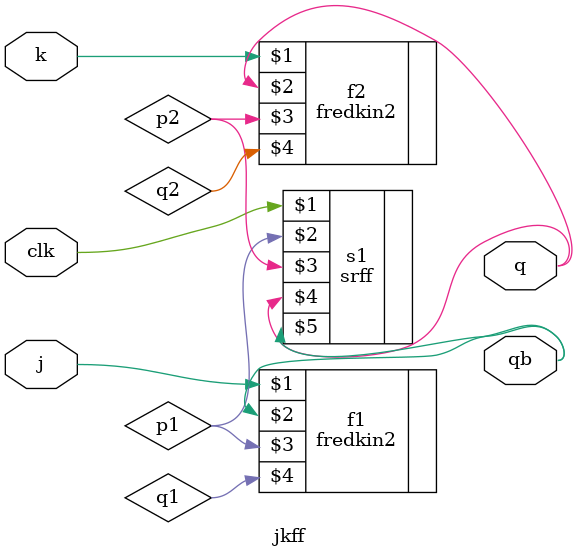
<source format=v>
`timescale 1ns / 1ps
module jkff(clk,j,k,q,qb);

input clk,j,k;
output q,qb;

fredkin2 f1(j,qb,p1,q1);
fredkin2 f2(k,q,p2,q2);

srff s1(clk,p1,p2,q,qb);

endmodule

</source>
